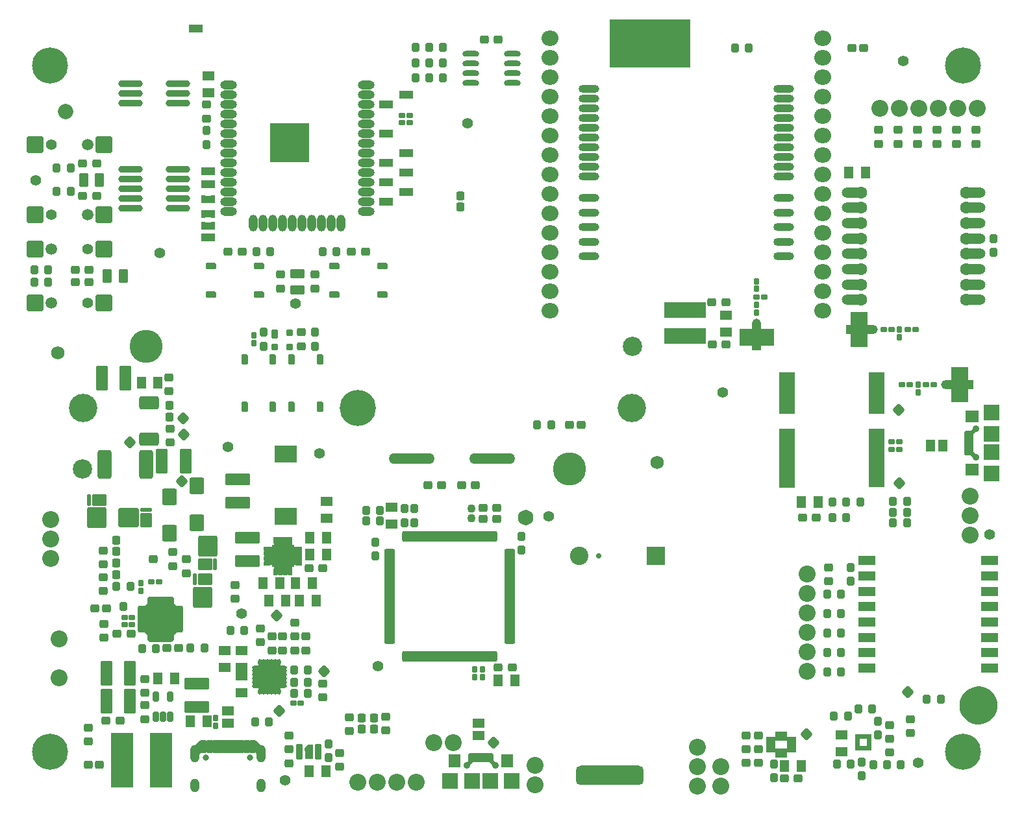
<source format=gts>
G04*
G04 #@! TF.GenerationSoftware,Altium Limited,Altium Designer,20.2.6 (244)*
G04*
G04 Layer_Color=8388736*
%FSLAX25Y25*%
%MOIN*%
G70*
G04*
G04 #@! TF.SameCoordinates,AF831D56-8FB5-4C83-99E9-C392C7947E84*
G04*
G04*
G04 #@! TF.FilePolarity,Negative*
G04*
G01*
G75*
%ADD31C,0.03937*%
%ADD32C,0.11811*%
%ADD33R,0.04685X0.05906*%
%ADD34R,0.05906X0.04685*%
%ADD35R,0.28543X0.06496*%
%ADD36R,0.04816X0.05217*%
%ADD37R,0.05217X0.04816*%
%ADD38R,0.29921X0.09941*%
%ADD39R,0.34934X0.04921*%
%ADD40R,0.04740X0.09350*%
%ADD41R,0.07874X0.06693*%
%ADD42R,0.19502X0.09646*%
%ADD43R,0.09646X0.19502*%
%ADD44R,0.09350X0.04740*%
%ADD45R,0.11811X0.23352*%
%ADD46R,0.23347X0.11811*%
%ADD47R,0.08675X0.07032*%
%ADD48R,0.07305X0.08674*%
%ADD49R,0.08674X0.06035*%
%ADD50R,0.08071X0.21457*%
%ADD51R,0.08071X0.30118*%
%ADD52R,0.03346X0.07677*%
%ADD53R,0.03347X0.07677*%
%ADD54R,0.41535X0.24705*%
%ADD55R,0.03150X0.09941*%
%ADD56R,0.09941X0.03150*%
%ADD57R,0.47342X0.05512*%
%ADD58R,0.05512X0.47342*%
G04:AMPARAMS|DCode=59|XSize=19.81mil|YSize=46.98mil|CornerRadius=5.18mil|HoleSize=0mil|Usage=FLASHONLY|Rotation=90.000|XOffset=0mil|YOffset=0mil|HoleType=Round|Shape=RoundedRectangle|*
%AMROUNDEDRECTD59*
21,1,0.01981,0.03661,0,0,90.0*
21,1,0.00945,0.04698,0,0,90.0*
1,1,0.01036,0.01831,0.00472*
1,1,0.01036,0.01831,-0.00472*
1,1,0.01036,-0.01831,-0.00472*
1,1,0.01036,-0.01831,0.00472*
%
%ADD59ROUNDEDRECTD59*%
G04:AMPARAMS|DCode=60|XSize=19.81mil|YSize=46.98mil|CornerRadius=5.18mil|HoleSize=0mil|Usage=FLASHONLY|Rotation=0.000|XOffset=0mil|YOffset=0mil|HoleType=Round|Shape=RoundedRectangle|*
%AMROUNDEDRECTD60*
21,1,0.01981,0.03661,0,0,0.0*
21,1,0.00945,0.04698,0,0,0.0*
1,1,0.01036,0.00472,-0.01831*
1,1,0.01036,-0.00472,-0.01831*
1,1,0.01036,-0.00472,0.01831*
1,1,0.01036,0.00472,0.01831*
%
%ADD60ROUNDEDRECTD60*%
%ADD61R,0.03162X0.06509*%
%ADD62R,0.01981X0.06509*%
%ADD63R,0.02375X0.03950*%
G04:AMPARAMS|DCode=64|XSize=35.56mil|YSize=126.11mil|CornerRadius=17.78mil|HoleSize=0mil|Usage=FLASHONLY|Rotation=90.000|XOffset=0mil|YOffset=0mil|HoleType=Round|Shape=RoundedRectangle|*
%AMROUNDEDRECTD64*
21,1,0.03556,0.09055,0,0,90.0*
21,1,0.00000,0.12611,0,0,90.0*
1,1,0.03556,0.04528,0.00000*
1,1,0.03556,0.04528,0.00000*
1,1,0.03556,-0.04528,0.00000*
1,1,0.03556,-0.04528,0.00000*
%
%ADD64ROUNDEDRECTD64*%
G04:AMPARAMS|DCode=65|XSize=48.16mil|YSize=22.17mil|CornerRadius=11.09mil|HoleSize=0mil|Usage=FLASHONLY|Rotation=0.000|XOffset=0mil|YOffset=0mil|HoleType=Round|Shape=RoundedRectangle|*
%AMROUNDEDRECTD65*
21,1,0.04816,0.00000,0,0,0.0*
21,1,0.02598,0.02217,0,0,0.0*
1,1,0.02217,0.01299,0.00000*
1,1,0.02217,-0.01299,0.00000*
1,1,0.02217,-0.01299,0.00000*
1,1,0.02217,0.01299,0.00000*
%
%ADD65ROUNDEDRECTD65*%
G04:AMPARAMS|DCode=66|XSize=86.74mil|YSize=43.43mil|CornerRadius=21.72mil|HoleSize=0mil|Usage=FLASHONLY|Rotation=180.000|XOffset=0mil|YOffset=0mil|HoleType=Round|Shape=RoundedRectangle|*
%AMROUNDEDRECTD66*
21,1,0.08674,0.00000,0,0,180.0*
21,1,0.04331,0.04343,0,0,180.0*
1,1,0.04343,-0.02165,0.00000*
1,1,0.04343,0.02165,0.00000*
1,1,0.04343,0.02165,0.00000*
1,1,0.04343,-0.02165,0.00000*
%
%ADD66ROUNDEDRECTD66*%
G04:AMPARAMS|DCode=67|XSize=86.74mil|YSize=43.43mil|CornerRadius=21.72mil|HoleSize=0mil|Usage=FLASHONLY|Rotation=90.000|XOffset=0mil|YOffset=0mil|HoleType=Round|Shape=RoundedRectangle|*
%AMROUNDEDRECTD67*
21,1,0.08674,0.00000,0,0,90.0*
21,1,0.04331,0.04343,0,0,90.0*
1,1,0.04343,0.00000,0.02165*
1,1,0.04343,0.00000,-0.02165*
1,1,0.04343,0.00000,-0.02165*
1,1,0.04343,0.00000,0.02165*
%
%ADD67ROUNDEDRECTD67*%
%ADD68R,0.20485X0.20485*%
G04:AMPARAMS|DCode=69|XSize=43.43mil|YSize=39.5mil|CornerRadius=7.15mil|HoleSize=0mil|Usage=FLASHONLY|Rotation=180.000|XOffset=0mil|YOffset=0mil|HoleType=Round|Shape=RoundedRectangle|*
%AMROUNDEDRECTD69*
21,1,0.04343,0.02520,0,0,180.0*
21,1,0.02913,0.03950,0,0,180.0*
1,1,0.01430,-0.01457,0.01260*
1,1,0.01430,0.01457,0.01260*
1,1,0.01430,0.01457,-0.01260*
1,1,0.01430,-0.01457,-0.01260*
%
%ADD69ROUNDEDRECTD69*%
G04:AMPARAMS|DCode=70|XSize=47.37mil|YSize=35.56mil|CornerRadius=6.76mil|HoleSize=0mil|Usage=FLASHONLY|Rotation=270.000|XOffset=0mil|YOffset=0mil|HoleType=Round|Shape=RoundedRectangle|*
%AMROUNDEDRECTD70*
21,1,0.04737,0.02205,0,0,270.0*
21,1,0.03386,0.03556,0,0,270.0*
1,1,0.01351,-0.01102,-0.01693*
1,1,0.01351,-0.01102,0.01693*
1,1,0.01351,0.01102,0.01693*
1,1,0.01351,0.01102,-0.01693*
%
%ADD70ROUNDEDRECTD70*%
G04:AMPARAMS|DCode=71|XSize=31.62mil|YSize=35.56mil|CornerRadius=6.36mil|HoleSize=0mil|Usage=FLASHONLY|Rotation=270.000|XOffset=0mil|YOffset=0mil|HoleType=Round|Shape=RoundedRectangle|*
%AMROUNDEDRECTD71*
21,1,0.03162,0.02284,0,0,270.0*
21,1,0.01890,0.03556,0,0,270.0*
1,1,0.01272,-0.01142,-0.00945*
1,1,0.01272,-0.01142,0.00945*
1,1,0.01272,0.01142,0.00945*
1,1,0.01272,0.01142,-0.00945*
%
%ADD71ROUNDEDRECTD71*%
G04:AMPARAMS|DCode=72|XSize=48.16mil|YSize=22.17mil|CornerRadius=11.09mil|HoleSize=0mil|Usage=FLASHONLY|Rotation=270.000|XOffset=0mil|YOffset=0mil|HoleType=Round|Shape=RoundedRectangle|*
%AMROUNDEDRECTD72*
21,1,0.04816,0.00000,0,0,270.0*
21,1,0.02598,0.02217,0,0,270.0*
1,1,0.02217,0.00000,-0.01299*
1,1,0.02217,0.00000,0.01299*
1,1,0.02217,0.00000,0.01299*
1,1,0.02217,0.00000,-0.01299*
%
%ADD72ROUNDEDRECTD72*%
%ADD73R,0.04776X0.02178*%
%ADD74R,0.02178X0.04776*%
G04:AMPARAMS|DCode=75|XSize=51.31mil|YSize=31.62mil|CornerRadius=6.36mil|HoleSize=0mil|Usage=FLASHONLY|Rotation=90.000|XOffset=0mil|YOffset=0mil|HoleType=Round|Shape=RoundedRectangle|*
%AMROUNDEDRECTD75*
21,1,0.05131,0.01890,0,0,90.0*
21,1,0.03858,0.03162,0,0,90.0*
1,1,0.01272,0.00945,0.01929*
1,1,0.01272,0.00945,-0.01929*
1,1,0.01272,-0.00945,-0.01929*
1,1,0.01272,-0.00945,0.01929*
%
%ADD75ROUNDEDRECTD75*%
G04:AMPARAMS|DCode=76|XSize=47.37mil|YSize=47.37mil|CornerRadius=7.94mil|HoleSize=0mil|Usage=FLASHONLY|Rotation=315.000|XOffset=0mil|YOffset=0mil|HoleType=Round|Shape=RoundedRectangle|*
%AMROUNDEDRECTD76*
21,1,0.04737,0.03150,0,0,315.0*
21,1,0.03150,0.04737,0,0,315.0*
1,1,0.01587,0.00000,-0.02227*
1,1,0.01587,-0.02227,0.00000*
1,1,0.01587,0.00000,0.02227*
1,1,0.01587,0.02227,0.00000*
%
%ADD76ROUNDEDRECTD76*%
G04:AMPARAMS|DCode=77|XSize=47.37mil|YSize=47.37mil|CornerRadius=7.94mil|HoleSize=0mil|Usage=FLASHONLY|Rotation=225.000|XOffset=0mil|YOffset=0mil|HoleType=Round|Shape=RoundedRectangle|*
%AMROUNDEDRECTD77*
21,1,0.04737,0.03150,0,0,225.0*
21,1,0.03150,0.04737,0,0,225.0*
1,1,0.01587,-0.02227,0.00000*
1,1,0.01587,0.00000,0.02227*
1,1,0.01587,0.02227,0.00000*
1,1,0.01587,0.00000,-0.02227*
%
%ADD77ROUNDEDRECTD77*%
G04:AMPARAMS|DCode=78|XSize=86.74mil|YSize=86.74mil|CornerRadius=11.87mil|HoleSize=0mil|Usage=FLASHONLY|Rotation=90.000|XOffset=0mil|YOffset=0mil|HoleType=Round|Shape=RoundedRectangle|*
%AMROUNDEDRECTD78*
21,1,0.08674,0.06299,0,0,90.0*
21,1,0.06299,0.08674,0,0,90.0*
1,1,0.02375,0.03150,0.03150*
1,1,0.02375,0.03150,-0.03150*
1,1,0.02375,-0.03150,-0.03150*
1,1,0.02375,-0.03150,0.03150*
%
%ADD78ROUNDEDRECTD78*%
G04:AMPARAMS|DCode=79|XSize=39.5mil|YSize=43.43mil|CornerRadius=7.15mil|HoleSize=0mil|Usage=FLASHONLY|Rotation=270.000|XOffset=0mil|YOffset=0mil|HoleType=Round|Shape=RoundedRectangle|*
%AMROUNDEDRECTD79*
21,1,0.03950,0.02913,0,0,270.0*
21,1,0.02520,0.04343,0,0,270.0*
1,1,0.01430,-0.01457,-0.01260*
1,1,0.01430,-0.01457,0.01260*
1,1,0.01430,0.01457,0.01260*
1,1,0.01430,0.01457,-0.01260*
%
%ADD79ROUNDEDRECTD79*%
G04:AMPARAMS|DCode=80|XSize=51.31mil|YSize=35.56mil|CornerRadius=6.76mil|HoleSize=0mil|Usage=FLASHONLY|Rotation=270.000|XOffset=0mil|YOffset=0mil|HoleType=Round|Shape=RoundedRectangle|*
%AMROUNDEDRECTD80*
21,1,0.05131,0.02205,0,0,270.0*
21,1,0.03780,0.03556,0,0,270.0*
1,1,0.01351,-0.01102,-0.01890*
1,1,0.01351,-0.01102,0.01890*
1,1,0.01351,0.01102,0.01890*
1,1,0.01351,0.01102,-0.01890*
%
%ADD80ROUNDEDRECTD80*%
G04:AMPARAMS|DCode=81|XSize=51.31mil|YSize=35.56mil|CornerRadius=6.76mil|HoleSize=0mil|Usage=FLASHONLY|Rotation=0.000|XOffset=0mil|YOffset=0mil|HoleType=Round|Shape=RoundedRectangle|*
%AMROUNDEDRECTD81*
21,1,0.05131,0.02205,0,0,0.0*
21,1,0.03780,0.03556,0,0,0.0*
1,1,0.01351,0.01890,-0.01102*
1,1,0.01351,-0.01890,-0.01102*
1,1,0.01351,-0.01890,0.01102*
1,1,0.01351,0.01890,0.01102*
%
%ADD81ROUNDEDRECTD81*%
G04:AMPARAMS|DCode=82|XSize=43.83mil|YSize=40.68mil|CornerRadius=7.27mil|HoleSize=0mil|Usage=FLASHONLY|Rotation=90.000|XOffset=0mil|YOffset=0mil|HoleType=Round|Shape=RoundedRectangle|*
%AMROUNDEDRECTD82*
21,1,0.04383,0.02614,0,0,90.0*
21,1,0.02929,0.04068,0,0,90.0*
1,1,0.01454,0.01307,0.01465*
1,1,0.01454,0.01307,-0.01465*
1,1,0.01454,-0.01307,-0.01465*
1,1,0.01454,-0.01307,0.01465*
%
%ADD82ROUNDEDRECTD82*%
G04:AMPARAMS|DCode=83|XSize=43.83mil|YSize=40.68mil|CornerRadius=7.27mil|HoleSize=0mil|Usage=FLASHONLY|Rotation=0.000|XOffset=0mil|YOffset=0mil|HoleType=Round|Shape=RoundedRectangle|*
%AMROUNDEDRECTD83*
21,1,0.04383,0.02614,0,0,0.0*
21,1,0.02929,0.04068,0,0,0.0*
1,1,0.01454,0.01465,-0.01307*
1,1,0.01454,-0.01465,-0.01307*
1,1,0.01454,-0.01465,0.01307*
1,1,0.01454,0.01465,0.01307*
%
%ADD83ROUNDEDRECTD83*%
G04:AMPARAMS|DCode=84|XSize=27.69mil|YSize=31.62mil|CornerRadius=5.97mil|HoleSize=0mil|Usage=FLASHONLY|Rotation=0.000|XOffset=0mil|YOffset=0mil|HoleType=Round|Shape=RoundedRectangle|*
%AMROUNDEDRECTD84*
21,1,0.02769,0.01968,0,0,0.0*
21,1,0.01575,0.03162,0,0,0.0*
1,1,0.01194,0.00787,-0.00984*
1,1,0.01194,-0.00787,-0.00984*
1,1,0.01194,-0.00787,0.00984*
1,1,0.01194,0.00787,0.00984*
%
%ADD84ROUNDEDRECTD84*%
%ADD85R,0.08280X0.08280*%
G04:AMPARAMS|DCode=86|XSize=47.37mil|YSize=23.75mil|CornerRadius=5.58mil|HoleSize=0mil|Usage=FLASHONLY|Rotation=180.000|XOffset=0mil|YOffset=0mil|HoleType=Round|Shape=RoundedRectangle|*
%AMROUNDEDRECTD86*
21,1,0.04737,0.01260,0,0,180.0*
21,1,0.03622,0.02375,0,0,180.0*
1,1,0.01115,-0.01811,0.00630*
1,1,0.01115,0.01811,0.00630*
1,1,0.01115,0.01811,-0.00630*
1,1,0.01115,-0.01811,-0.00630*
%
%ADD86ROUNDEDRECTD86*%
%ADD87R,0.08280X0.07887*%
%ADD88R,0.07099X0.06312*%
G04:AMPARAMS|DCode=89|XSize=67.06mil|YSize=27.29mil|CornerRadius=13.65mil|HoleSize=0mil|Usage=FLASHONLY|Rotation=270.000|XOffset=0mil|YOffset=0mil|HoleType=Round|Shape=RoundedRectangle|*
%AMROUNDEDRECTD89*
21,1,0.06706,0.00000,0,0,270.0*
21,1,0.03976,0.02729,0,0,270.0*
1,1,0.02729,0.00000,-0.01988*
1,1,0.02729,0.00000,0.01988*
1,1,0.02729,0.00000,0.01988*
1,1,0.02729,0.00000,-0.01988*
%
%ADD89ROUNDEDRECTD89*%
G04:AMPARAMS|DCode=90|XSize=63.12mil|YSize=72.33mil|CornerRadius=6.76mil|HoleSize=0mil|Usage=FLASHONLY|Rotation=90.000|XOffset=0mil|YOffset=0mil|HoleType=Round|Shape=RoundedRectangle|*
%AMROUNDEDRECTD90*
21,1,0.06312,0.05882,0,0,90.0*
21,1,0.04961,0.07233,0,0,90.0*
1,1,0.01351,0.02941,0.02480*
1,1,0.01351,0.02941,-0.02480*
1,1,0.01351,-0.02941,-0.02480*
1,1,0.01351,-0.02941,0.02480*
%
%ADD90ROUNDEDRECTD90*%
G04:AMPARAMS|DCode=91|XSize=106.42mil|YSize=98.55mil|CornerRadius=8.53mil|HoleSize=0mil|Usage=FLASHONLY|Rotation=270.000|XOffset=0mil|YOffset=0mil|HoleType=Round|Shape=RoundedRectangle|*
%AMROUNDEDRECTD91*
21,1,0.10642,0.08150,0,0,270.0*
21,1,0.08937,0.09855,0,0,270.0*
1,1,0.01706,-0.04075,-0.04469*
1,1,0.01706,-0.04075,0.04469*
1,1,0.01706,0.04075,0.04469*
1,1,0.01706,0.04075,-0.04469*
%
%ADD91ROUNDEDRECTD91*%
G04:AMPARAMS|DCode=92|XSize=63.12mil|YSize=19.81mil|CornerRadius=5.18mil|HoleSize=0mil|Usage=FLASHONLY|Rotation=90.000|XOffset=0mil|YOffset=0mil|HoleType=Round|Shape=RoundedRectangle|*
%AMROUNDEDRECTD92*
21,1,0.06312,0.00945,0,0,90.0*
21,1,0.05276,0.01981,0,0,90.0*
1,1,0.01036,0.00472,0.02638*
1,1,0.01036,0.00472,-0.02638*
1,1,0.01036,-0.00472,-0.02638*
1,1,0.01036,-0.00472,0.02638*
%
%ADD92ROUNDEDRECTD92*%
G04:AMPARAMS|DCode=93|XSize=63.12mil|YSize=19.81mil|CornerRadius=5.18mil|HoleSize=0mil|Usage=FLASHONLY|Rotation=180.000|XOffset=0mil|YOffset=0mil|HoleType=Round|Shape=RoundedRectangle|*
%AMROUNDEDRECTD93*
21,1,0.06312,0.00945,0,0,180.0*
21,1,0.05276,0.01981,0,0,180.0*
1,1,0.01036,-0.02638,0.00472*
1,1,0.01036,0.02638,0.00472*
1,1,0.01036,0.02638,-0.00472*
1,1,0.01036,-0.02638,-0.00472*
%
%ADD93ROUNDEDRECTD93*%
G04:AMPARAMS|DCode=94|XSize=106.42mil|YSize=98.55mil|CornerRadius=8.53mil|HoleSize=0mil|Usage=FLASHONLY|Rotation=0.000|XOffset=0mil|YOffset=0mil|HoleType=Round|Shape=RoundedRectangle|*
%AMROUNDEDRECTD94*
21,1,0.10642,0.08150,0,0,0.0*
21,1,0.08937,0.09855,0,0,0.0*
1,1,0.01706,0.04469,-0.04075*
1,1,0.01706,-0.04469,-0.04075*
1,1,0.01706,-0.04469,0.04075*
1,1,0.01706,0.04469,0.04075*
%
%ADD94ROUNDEDRECTD94*%
G04:AMPARAMS|DCode=95|XSize=63.12mil|YSize=72.33mil|CornerRadius=6.76mil|HoleSize=0mil|Usage=FLASHONLY|Rotation=180.000|XOffset=0mil|YOffset=0mil|HoleType=Round|Shape=RoundedRectangle|*
%AMROUNDEDRECTD95*
21,1,0.06312,0.05882,0,0,180.0*
21,1,0.04961,0.07233,0,0,180.0*
1,1,0.01351,-0.02480,0.02941*
1,1,0.01351,0.02480,0.02941*
1,1,0.01351,0.02480,-0.02941*
1,1,0.01351,-0.02480,-0.02941*
%
%ADD95ROUNDEDRECTD95*%
%ADD96R,0.01981X0.01981*%
%ADD97O,0.01981X0.03950*%
%ADD98R,0.01981X0.01981*%
%ADD99O,0.03950X0.01981*%
%ADD100R,0.11430X0.11430*%
%ADD101R,0.06312X0.07099*%
%ADD102R,0.07887X0.08280*%
G04:AMPARAMS|DCode=103|XSize=47.37mil|YSize=23.75mil|CornerRadius=5.58mil|HoleSize=0mil|Usage=FLASHONLY|Rotation=90.000|XOffset=0mil|YOffset=0mil|HoleType=Round|Shape=RoundedRectangle|*
%AMROUNDEDRECTD103*
21,1,0.04737,0.01260,0,0,90.0*
21,1,0.03622,0.02375,0,0,90.0*
1,1,0.01115,0.00630,0.01811*
1,1,0.01115,0.00630,-0.01811*
1,1,0.01115,-0.00630,-0.01811*
1,1,0.01115,-0.00630,0.01811*
%
%ADD103ROUNDEDRECTD103*%
%ADD104R,0.08280X0.08280*%
G04:AMPARAMS|DCode=105|XSize=20.47mil|YSize=46.85mil|CornerRadius=10.24mil|HoleSize=0mil|Usage=FLASHONLY|Rotation=270.000|XOffset=0mil|YOffset=0mil|HoleType=Round|Shape=RoundedRectangle|*
%AMROUNDEDRECTD105*
21,1,0.02047,0.02638,0,0,270.0*
21,1,0.00000,0.04685,0,0,270.0*
1,1,0.02047,-0.01319,0.00000*
1,1,0.02047,-0.01319,0.00000*
1,1,0.02047,0.01319,0.00000*
1,1,0.02047,0.01319,0.00000*
%
%ADD105ROUNDEDRECTD105*%
G04:AMPARAMS|DCode=106|XSize=20.47mil|YSize=46.85mil|CornerRadius=10.24mil|HoleSize=0mil|Usage=FLASHONLY|Rotation=0.000|XOffset=0mil|YOffset=0mil|HoleType=Round|Shape=RoundedRectangle|*
%AMROUNDEDRECTD106*
21,1,0.02047,0.02638,0,0,0.0*
21,1,0.00000,0.04685,0,0,0.0*
1,1,0.02047,0.00000,-0.01319*
1,1,0.02047,0.00000,-0.01319*
1,1,0.02047,0.00000,0.01319*
1,1,0.02047,0.00000,0.01319*
%
%ADD106ROUNDEDRECTD106*%
%ADD107R,0.13202X0.13202*%
G04:AMPARAMS|DCode=108|XSize=106.42mil|YSize=39.5mil|CornerRadius=19.75mil|HoleSize=0mil|Usage=FLASHONLY|Rotation=0.000|XOffset=0mil|YOffset=0mil|HoleType=Round|Shape=RoundedRectangle|*
%AMROUNDEDRECTD108*
21,1,0.10642,0.00000,0,0,0.0*
21,1,0.06693,0.03950,0,0,0.0*
1,1,0.03950,0.03347,0.00000*
1,1,0.03950,-0.03347,0.00000*
1,1,0.03950,-0.03347,0.00000*
1,1,0.03950,0.03347,0.00000*
%
%ADD108ROUNDEDRECTD108*%
%ADD109R,0.04343X0.04737*%
G04:AMPARAMS|DCode=110|XSize=33.59mil|YSize=17.84mil|CornerRadius=4.98mil|HoleSize=0mil|Usage=FLASHONLY|Rotation=0.000|XOffset=0mil|YOffset=0mil|HoleType=Round|Shape=RoundedRectangle|*
%AMROUNDEDRECTD110*
21,1,0.03359,0.00787,0,0,0.0*
21,1,0.02362,0.01784,0,0,0.0*
1,1,0.00997,0.01181,-0.00394*
1,1,0.00997,-0.01181,-0.00394*
1,1,0.00997,-0.01181,0.00394*
1,1,0.00997,0.01181,0.00394*
%
%ADD110ROUNDEDRECTD110*%
G04:AMPARAMS|DCode=111|XSize=43.43mil|YSize=39.5mil|CornerRadius=7.15mil|HoleSize=0mil|Usage=FLASHONLY|Rotation=270.000|XOffset=0mil|YOffset=0mil|HoleType=Round|Shape=RoundedRectangle|*
%AMROUNDEDRECTD111*
21,1,0.04343,0.02520,0,0,270.0*
21,1,0.02913,0.03950,0,0,270.0*
1,1,0.01430,-0.01260,-0.01457*
1,1,0.01430,-0.01260,0.01457*
1,1,0.01430,0.01260,0.01457*
1,1,0.01430,0.01260,-0.01457*
%
%ADD111ROUNDEDRECTD111*%
G04:AMPARAMS|DCode=112|XSize=86.74mil|YSize=74.93mil|CornerRadius=10.69mil|HoleSize=0mil|Usage=FLASHONLY|Rotation=270.000|XOffset=0mil|YOffset=0mil|HoleType=Round|Shape=RoundedRectangle|*
%AMROUNDEDRECTD112*
21,1,0.08674,0.05354,0,0,270.0*
21,1,0.06535,0.07493,0,0,270.0*
1,1,0.02139,-0.02677,-0.03268*
1,1,0.02139,-0.02677,0.03268*
1,1,0.02139,0.02677,0.03268*
1,1,0.02139,0.02677,-0.03268*
%
%ADD112ROUNDEDRECTD112*%
G04:AMPARAMS|DCode=113|XSize=60.76mil|YSize=126.9mil|CornerRadius=9.28mil|HoleSize=0mil|Usage=FLASHONLY|Rotation=0.000|XOffset=0mil|YOffset=0mil|HoleType=Round|Shape=RoundedRectangle|*
%AMROUNDEDRECTD113*
21,1,0.06076,0.10835,0,0,0.0*
21,1,0.04221,0.12690,0,0,0.0*
1,1,0.01855,0.02110,-0.05417*
1,1,0.01855,-0.02110,-0.05417*
1,1,0.01855,-0.02110,0.05417*
1,1,0.01855,0.02110,0.05417*
%
%ADD113ROUNDEDRECTD113*%
G04:AMPARAMS|DCode=114|XSize=60.76mil|YSize=126.9mil|CornerRadius=9.28mil|HoleSize=0mil|Usage=FLASHONLY|Rotation=270.000|XOffset=0mil|YOffset=0mil|HoleType=Round|Shape=RoundedRectangle|*
%AMROUNDEDRECTD114*
21,1,0.06076,0.10835,0,0,270.0*
21,1,0.04221,0.12690,0,0,270.0*
1,1,0.01855,-0.05417,-0.02110*
1,1,0.01855,-0.05417,0.02110*
1,1,0.01855,0.05417,0.02110*
1,1,0.01855,0.05417,-0.02110*
%
%ADD114ROUNDEDRECTD114*%
G04:AMPARAMS|DCode=115|XSize=63.12mil|YSize=47.37mil|CornerRadius=7.94mil|HoleSize=0mil|Usage=FLASHONLY|Rotation=270.000|XOffset=0mil|YOffset=0mil|HoleType=Round|Shape=RoundedRectangle|*
%AMROUNDEDRECTD115*
21,1,0.06312,0.03150,0,0,270.0*
21,1,0.04724,0.04737,0,0,270.0*
1,1,0.01587,-0.01575,-0.02362*
1,1,0.01587,-0.01575,0.02362*
1,1,0.01587,0.01575,0.02362*
1,1,0.01587,0.01575,-0.02362*
%
%ADD115ROUNDEDRECTD115*%
G04:AMPARAMS|DCode=116|XSize=63.12mil|YSize=47.37mil|CornerRadius=7.94mil|HoleSize=0mil|Usage=FLASHONLY|Rotation=180.000|XOffset=0mil|YOffset=0mil|HoleType=Round|Shape=RoundedRectangle|*
%AMROUNDEDRECTD116*
21,1,0.06312,0.03150,0,0,180.0*
21,1,0.04724,0.04737,0,0,180.0*
1,1,0.01587,-0.02362,0.01575*
1,1,0.01587,0.02362,0.01575*
1,1,0.01587,0.02362,-0.01575*
1,1,0.01587,-0.02362,-0.01575*
%
%ADD116ROUNDEDRECTD116*%
G04:AMPARAMS|DCode=117|XSize=39.5mil|YSize=43.43mil|CornerRadius=7.15mil|HoleSize=0mil|Usage=FLASHONLY|Rotation=0.000|XOffset=0mil|YOffset=0mil|HoleType=Round|Shape=RoundedRectangle|*
%AMROUNDEDRECTD117*
21,1,0.03950,0.02913,0,0,0.0*
21,1,0.02520,0.04343,0,0,0.0*
1,1,0.01430,0.01260,-0.01457*
1,1,0.01430,-0.01260,-0.01457*
1,1,0.01430,-0.01260,0.01457*
1,1,0.01430,0.01260,0.01457*
%
%ADD117ROUNDEDRECTD117*%
G04:AMPARAMS|DCode=118|XSize=27.69mil|YSize=31.62mil|CornerRadius=5.97mil|HoleSize=0mil|Usage=FLASHONLY|Rotation=90.000|XOffset=0mil|YOffset=0mil|HoleType=Round|Shape=RoundedRectangle|*
%AMROUNDEDRECTD118*
21,1,0.02769,0.01968,0,0,90.0*
21,1,0.01575,0.03162,0,0,90.0*
1,1,0.01194,0.00984,0.00787*
1,1,0.01194,0.00984,-0.00787*
1,1,0.01194,-0.00984,-0.00787*
1,1,0.01194,-0.00984,0.00787*
%
%ADD118ROUNDEDRECTD118*%
G04:AMPARAMS|DCode=119|XSize=145.8mil|YSize=70.99mil|CornerRadius=10.3mil|HoleSize=0mil|Usage=FLASHONLY|Rotation=90.000|XOffset=0mil|YOffset=0mil|HoleType=Round|Shape=RoundedRectangle|*
%AMROUNDEDRECTD119*
21,1,0.14580,0.05039,0,0,90.0*
21,1,0.12520,0.07099,0,0,90.0*
1,1,0.02060,0.02520,0.06260*
1,1,0.02060,0.02520,-0.06260*
1,1,0.02060,-0.02520,-0.06260*
1,1,0.02060,-0.02520,0.06260*
%
%ADD119ROUNDEDRECTD119*%
%ADD120R,0.11627X0.28359*%
%ADD121R,0.21666X0.08280*%
%ADD122R,0.11824X0.08674*%
%ADD123R,0.04737X0.04343*%
%ADD124R,0.06312X0.08674*%
G04:AMPARAMS|DCode=125|XSize=47.37mil|YSize=118.24mil|CornerRadius=23.68mil|HoleSize=0mil|Usage=FLASHONLY|Rotation=180.000|XOffset=0mil|YOffset=0mil|HoleType=Round|Shape=RoundedRectangle|*
%AMROUNDEDRECTD125*
21,1,0.04737,0.07087,0,0,180.0*
21,1,0.00000,0.11824,0,0,180.0*
1,1,0.04737,0.00000,0.03543*
1,1,0.04737,0.00000,0.03543*
1,1,0.04737,0.00000,-0.03543*
1,1,0.04737,0.00000,-0.03543*
%
%ADD125ROUNDEDRECTD125*%
%ADD126R,0.08674X0.06312*%
G04:AMPARAMS|DCode=127|XSize=47.37mil|YSize=118.24mil|CornerRadius=23.68mil|HoleSize=0mil|Usage=FLASHONLY|Rotation=270.000|XOffset=0mil|YOffset=0mil|HoleType=Round|Shape=RoundedRectangle|*
%AMROUNDEDRECTD127*
21,1,0.04737,0.07087,0,0,270.0*
21,1,0.00000,0.11824,0,0,270.0*
1,1,0.04737,-0.03543,0.00000*
1,1,0.04737,-0.03543,0.00000*
1,1,0.04737,0.03543,0.00000*
1,1,0.04737,0.03543,0.00000*
%
%ADD127ROUNDEDRECTD127*%
%ADD128R,0.07887X0.03950*%
G04:AMPARAMS|DCode=129|XSize=55.24mil|YSize=110.36mil|CornerRadius=27.62mil|HoleSize=0mil|Usage=FLASHONLY|Rotation=270.000|XOffset=0mil|YOffset=0mil|HoleType=Round|Shape=RoundedRectangle|*
%AMROUNDEDRECTD129*
21,1,0.05524,0.05512,0,0,270.0*
21,1,0.00000,0.11036,0,0,270.0*
1,1,0.05524,-0.02756,0.00000*
1,1,0.05524,-0.02756,0.00000*
1,1,0.05524,0.02756,0.00000*
1,1,0.05524,0.02756,0.00000*
%
%ADD129ROUNDEDRECTD129*%
%ADD130O,0.03162X0.01784*%
%ADD131O,0.01784X0.03162*%
%ADD132R,0.11417X0.11417*%
%ADD133O,0.01981X0.05524*%
%ADD134O,0.05524X0.01981*%
G04:AMPARAMS|DCode=135|XSize=86mil|YSize=30mil|CornerRadius=15mil|HoleSize=0mil|Usage=FLASHONLY|Rotation=0.000|XOffset=0mil|YOffset=0mil|HoleType=Round|Shape=RoundedRectangle|*
%AMROUNDEDRECTD135*
21,1,0.08600,0.00000,0,0,0.0*
21,1,0.05600,0.03000,0,0,0.0*
1,1,0.03000,0.02800,0.00000*
1,1,0.03000,-0.02800,0.00000*
1,1,0.03000,-0.02800,0.00000*
1,1,0.03000,0.02800,0.00000*
%
%ADD135ROUNDEDRECTD135*%
%ADD136O,0.23438X0.05328*%
%ADD137C,0.03150*%
%ADD138O,0.04737X0.07099*%
%ADD139O,0.04737X0.09068*%
%ADD140C,0.08674*%
%ADD141C,0.06800*%
%ADD142C,0.14580*%
%ADD143C,0.17024*%
%ADD144C,0.09937*%
%ADD145C,0.18598*%
%ADD146C,0.05906*%
%ADD147C,0.05512*%
%ADD148C,0.05524*%
%ADD149C,0.04934*%
%ADD150C,0.04343*%
%ADD151C,0.03556*%
%ADD152O,0.08674X0.07887*%
%ADD153C,0.18517*%
%ADD154R,0.09461X0.09461*%
%ADD155C,0.09461*%
%ADD156C,0.02769*%
%ADD157R,0.08674X0.04737*%
%ADD158C,0.06312*%
G36*
X100394Y393307D02*
X96457D01*
Y397244D01*
X100394D01*
Y393307D01*
D02*
G37*
G36*
X208268Y359409D02*
X204331D01*
Y363347D01*
X208268D01*
Y359409D01*
D02*
G37*
G36*
X198031Y354410D02*
X194095D01*
Y358347D01*
X198031D01*
Y354410D01*
D02*
G37*
G36*
Y339409D02*
X194095D01*
Y343347D01*
X198031D01*
Y339409D01*
D02*
G37*
G36*
X208268Y329410D02*
X204331D01*
Y333347D01*
X208268D01*
Y329410D01*
D02*
G37*
G36*
X198031Y324410D02*
X194095D01*
Y328346D01*
X198031D01*
Y324410D01*
D02*
G37*
G36*
X106693Y320197D02*
X102756D01*
Y324134D01*
X106693D01*
Y320197D01*
D02*
G37*
G36*
X208268Y319409D02*
X204331D01*
Y323346D01*
X208268D01*
Y319409D01*
D02*
G37*
G36*
X198031Y314409D02*
X194095D01*
Y318347D01*
X198031D01*
Y314409D01*
D02*
G37*
G36*
X106693Y313327D02*
X102756D01*
Y317264D01*
X106693D01*
Y313327D01*
D02*
G37*
G36*
X208268Y309409D02*
X204331D01*
Y313347D01*
X208268D01*
Y309409D01*
D02*
G37*
G36*
X106693Y305591D02*
X102756D01*
Y309528D01*
X106693D01*
Y305591D01*
D02*
G37*
G36*
X198031Y304410D02*
X194095D01*
Y308347D01*
X198031D01*
Y304410D01*
D02*
G37*
G36*
X106693Y298228D02*
X102756D01*
Y302165D01*
X106693D01*
Y298228D01*
D02*
G37*
G36*
X106693Y291949D02*
X102756D01*
Y295886D01*
X106693D01*
Y291949D01*
D02*
G37*
G36*
Y286142D02*
X102756D01*
Y290079D01*
X106693D01*
Y286142D01*
D02*
G37*
G36*
X406004Y197343D02*
X398031D01*
Y218799D01*
X406004D01*
Y197343D01*
D02*
G37*
G36*
X496978Y186093D02*
X495276Y187796D01*
X497244Y189764D01*
X500334Y189800D01*
X496978Y186093D01*
D02*
G37*
G36*
X500334Y174963D02*
X497244Y175000D01*
X495276Y176968D01*
X496978Y178671D01*
X500334Y174963D01*
D02*
G37*
G36*
X406004Y159547D02*
X398031D01*
Y189665D01*
X406004D01*
Y159547D01*
D02*
G37*
G36*
X89219Y97992D02*
X89218Y95827D01*
X84298Y95827D01*
X84298Y100749D01*
X86463D01*
X89219Y97992D01*
D02*
G37*
G36*
X76424Y100748D02*
X76424Y95827D01*
X71502Y95827D01*
Y97992D01*
X74258Y100748D01*
X76424Y100748D01*
D02*
G37*
G36*
X89219Y87953D02*
Y85788D01*
X86463Y83031D01*
X84298Y83032D01*
X84298Y87953D01*
X89219Y87953D01*
D02*
G37*
G36*
X76424Y83031D02*
X74259D01*
X71502Y85788D01*
X71503Y87953D01*
X76424Y87953D01*
X76424Y83031D01*
D02*
G37*
G36*
X142027Y68110D02*
X143061D01*
Y56496D01*
X142029Y56496D01*
X142029Y55391D01*
X130413D01*
Y56496D01*
X129308Y56496D01*
X129310Y68110D01*
X130217Y68110D01*
X130413D01*
Y69095D01*
X142027Y69144D01*
Y68110D01*
D02*
G37*
G36*
X443111Y32595D02*
X445174Y32595D01*
X445174Y28847D01*
D01*
Y28551D01*
Y28256D01*
D01*
X445174Y24508D01*
X443111Y24507D01*
X443111Y24407D01*
X438956D01*
Y24507D01*
X436887D01*
Y28256D01*
Y28847D01*
Y32595D01*
X438956D01*
Y32695D01*
X443111D01*
X443111Y32595D01*
D02*
G37*
G36*
X158320Y27269D02*
X158372Y27259D01*
X158422Y27242D01*
X158469Y27219D01*
X158513Y27189D01*
X158552Y27155D01*
X158587Y27115D01*
X158616Y27071D01*
X158640Y27024D01*
X158656Y26974D01*
X158667Y26923D01*
X158670Y26870D01*
Y24114D01*
X158667Y24062D01*
X158656Y24010D01*
X158640Y23960D01*
X158616Y23913D01*
X158587Y23869D01*
X158552Y23830D01*
X158513Y23795D01*
X158469Y23766D01*
X158422Y23742D01*
X158372Y23726D01*
X158320Y23715D01*
X158268Y23712D01*
X154724D01*
X154672Y23715D01*
X154620Y23726D01*
X154570Y23742D01*
X154523Y23766D01*
X154479Y23795D01*
X154440Y23830D01*
X154405Y23869D01*
X154376Y23913D01*
X154353Y23960D01*
X154336Y24010D01*
X154325Y24062D01*
X154322Y24114D01*
Y25689D01*
X154325Y25741D01*
X154336Y25793D01*
X154348Y25830D01*
X154353Y25843D01*
X154376Y25890D01*
X154405Y25934D01*
X154440Y25973D01*
X155621Y27155D01*
X155660Y27189D01*
X155704Y27219D01*
X155752Y27242D01*
X155776Y27250D01*
X155801Y27259D01*
X155853Y27269D01*
X155905Y27272D01*
X158268Y27272D01*
X158320Y27269D01*
D02*
G37*
G36*
X131890Y26969D02*
Y23622D01*
X130807Y22539D01*
X129724D01*
X129134Y23130D01*
Y29528D01*
X129232Y29626D01*
X131890Y26969D01*
D02*
G37*
G36*
X100787Y29528D02*
Y23130D01*
X100197Y22539D01*
X99114D01*
X98032Y23622D01*
Y26969D01*
X100689Y29626D01*
X100787Y29528D01*
D02*
G37*
G36*
X252166Y18504D02*
X252202Y15414D01*
X248495Y18770D01*
X250197Y20472D01*
X252166Y18504D01*
D02*
G37*
G36*
X241073Y18770D02*
X237365Y15414D01*
X237402Y18504D01*
X239370Y20472D01*
X241073Y18770D01*
D02*
G37*
%LPC*%
G36*
X442891Y30413D02*
X439172D01*
Y28256D01*
Y26689D01*
X442891D01*
Y28256D01*
Y28847D01*
Y30413D01*
D02*
G37*
%LPD*%
D31*
X269685Y144095D02*
X269421Y145079D01*
X268701Y145799D01*
X267717Y146063D01*
X266732Y145799D01*
X266012Y145079D01*
X265748Y144095D01*
X266012Y143110D01*
X266732Y142390D01*
X267717Y142126D01*
X268701Y142390D01*
X269421Y143110D01*
X269685Y144095D01*
X33465Y352756D02*
X33201Y353740D01*
X32480Y354461D01*
X31496Y354724D01*
X30512Y354461D01*
X29791Y353740D01*
X29528Y352756D01*
X29791Y351772D01*
X30512Y351051D01*
X31496Y350787D01*
X32480Y351051D01*
X33201Y351772D01*
X33465Y352756D01*
D32*
X503937Y47638D02*
X503813Y48617D01*
X503450Y49534D01*
X502870Y50333D01*
X502110Y50962D01*
X501217Y51382D01*
X500247Y51567D01*
X499262Y51505D01*
X498324Y51200D01*
X497491Y50671D01*
X496815Y49952D01*
X496340Y49087D01*
X496094Y48131D01*
Y47144D01*
X496340Y46189D01*
X496815Y45324D01*
X497490Y44604D01*
X498324Y44076D01*
X499262Y43771D01*
X500247Y43709D01*
X501217Y43894D01*
X502110Y44314D01*
X502870Y44943D01*
X503450Y45741D01*
X503813Y46659D01*
X503937Y47638D01*
D33*
X475571Y181102D02*
D03*
X481910D02*
D03*
D34*
X243504Y38405D02*
D03*
Y32067D02*
D03*
X114961Y38465D02*
D03*
Y44803D02*
D03*
D35*
X114961Y26388D02*
D03*
D36*
X52933Y268258D02*
D03*
X61240Y268356D02*
D03*
X49036Y317667D02*
D03*
X40728Y317569D02*
D03*
D37*
X150482Y269509D02*
D03*
X150581Y261202D02*
D03*
D38*
X310748Y11613D02*
D03*
D39*
X310750Y11610D02*
D03*
D40*
X495079Y182530D02*
D03*
D41*
X74471Y202929D02*
D03*
Y184425D02*
D03*
D42*
X143087Y124311D02*
D03*
D43*
X143087Y124311D02*
D03*
D44*
X244931Y20670D02*
D03*
D45*
X80361Y91887D02*
D03*
D46*
X80360Y91890D02*
D03*
D47*
X490650Y211991D02*
D03*
D48*
X386867Y236811D02*
D03*
D49*
X438878Y240813D02*
D03*
D50*
X448032Y208071D02*
D03*
D51*
Y174606D02*
D03*
D52*
X151673Y23720D02*
D03*
D53*
X161319D02*
D03*
D54*
X331496Y387746D02*
D03*
D55*
X128740Y62254D02*
D03*
X143701Y62352D02*
D03*
D56*
X136171Y69784D02*
D03*
X136270Y54823D02*
D03*
D57*
X228789Y72638D02*
D03*
X228691Y134449D02*
D03*
D58*
X197835Y103494D02*
D03*
X259646Y103593D02*
D03*
D59*
X481910Y183071D02*
D03*
Y181102D02*
D03*
Y179134D02*
D03*
X475571Y183071D02*
D03*
Y181102D02*
D03*
Y179134D02*
D03*
D60*
X245473Y32067D02*
D03*
X243504D02*
D03*
X241535D02*
D03*
X245473Y38405D02*
D03*
X243504D02*
D03*
X241535D02*
D03*
X112992Y44803D02*
D03*
X114961D02*
D03*
X116929D02*
D03*
X112992Y38465D02*
D03*
X114961D02*
D03*
X116929D02*
D03*
D61*
X102264Y26368D02*
D03*
X105413D02*
D03*
X124508D02*
D03*
X127657D02*
D03*
D62*
X108071D02*
D03*
X112008D02*
D03*
X113976D02*
D03*
X110039D02*
D03*
X117913D02*
D03*
X121850D02*
D03*
X119882D02*
D03*
X115945D02*
D03*
D63*
X95965Y395276D02*
D03*
X100886D02*
D03*
X208760Y321378D02*
D03*
X203839D02*
D03*
X198524Y306378D02*
D03*
X193602D02*
D03*
X102264Y300197D02*
D03*
X107185D02*
D03*
X102264Y288110D02*
D03*
X107185D02*
D03*
X102264Y307559D02*
D03*
X107185D02*
D03*
X102264Y293917D02*
D03*
X107185D02*
D03*
X208760Y311378D02*
D03*
X203839D02*
D03*
X198524Y316378D02*
D03*
X193602D02*
D03*
X198524Y326378D02*
D03*
X193602D02*
D03*
X208760Y331378D02*
D03*
X203839D02*
D03*
X198524Y341378D02*
D03*
X193602D02*
D03*
X198524Y356378D02*
D03*
X193602D02*
D03*
X208760Y361378D02*
D03*
X203839D02*
D03*
X102264Y322165D02*
D03*
X107185D02*
D03*
X102264Y315295D02*
D03*
X107185D02*
D03*
D64*
X89272Y357008D02*
D03*
Y362008D02*
D03*
Y367008D02*
D03*
X64862D02*
D03*
Y362008D02*
D03*
Y357008D02*
D03*
X64862Y303150D02*
D03*
Y308150D02*
D03*
Y313150D02*
D03*
Y318150D02*
D03*
Y323150D02*
D03*
X89272D02*
D03*
Y318150D02*
D03*
Y313150D02*
D03*
Y308150D02*
D03*
Y303150D02*
D03*
D65*
X52933Y270866D02*
D03*
Y268307D02*
D03*
Y265748D02*
D03*
X61240D02*
D03*
Y268307D02*
D03*
Y270866D02*
D03*
X49035Y320177D02*
D03*
Y317618D02*
D03*
Y315059D02*
D03*
X40728D02*
D03*
Y317618D02*
D03*
Y320177D02*
D03*
D66*
X185965Y366378D02*
D03*
Y361378D02*
D03*
Y356378D02*
D03*
Y351378D02*
D03*
Y346378D02*
D03*
Y341378D02*
D03*
Y336378D02*
D03*
Y331378D02*
D03*
Y326378D02*
D03*
Y321378D02*
D03*
Y316378D02*
D03*
Y311378D02*
D03*
Y306378D02*
D03*
Y301378D02*
D03*
X115098D02*
D03*
Y306378D02*
D03*
Y311378D02*
D03*
Y316378D02*
D03*
Y321378D02*
D03*
Y326378D02*
D03*
Y331378D02*
D03*
Y336378D02*
D03*
Y341378D02*
D03*
Y346378D02*
D03*
Y351378D02*
D03*
Y356378D02*
D03*
Y361378D02*
D03*
Y366378D02*
D03*
D67*
X173031Y295472D02*
D03*
X168032D02*
D03*
X163031D02*
D03*
X158031D02*
D03*
X153032D02*
D03*
X148031D02*
D03*
X143032D02*
D03*
X138031D02*
D03*
X133031D02*
D03*
X128032D02*
D03*
D68*
X146595Y336850D02*
D03*
D69*
X86614Y126378D02*
D03*
Y118898D02*
D03*
X76378Y122638D02*
D03*
X454528Y23228D02*
D03*
Y30315D02*
D03*
Y37402D02*
D03*
X149213Y90059D02*
D03*
Y82972D02*
D03*
Y75886D02*
D03*
X381004Y18012D02*
D03*
Y25098D02*
D03*
Y32185D02*
D03*
X387205D02*
D03*
Y25098D02*
D03*
Y18012D02*
D03*
X146358Y17815D02*
D03*
Y24902D02*
D03*
Y31988D02*
D03*
X196006Y41737D02*
D03*
Y34651D02*
D03*
X152559Y239272D02*
D03*
Y232185D02*
D03*
X159449Y268898D02*
D03*
Y261811D02*
D03*
X103937Y349213D02*
D03*
Y356299D02*
D03*
X141732Y268898D02*
D03*
Y261811D02*
D03*
X137401Y75886D02*
D03*
Y82972D02*
D03*
X142913D02*
D03*
Y75886D02*
D03*
X154724Y82972D02*
D03*
Y75886D02*
D03*
X131496Y79921D02*
D03*
Y87008D02*
D03*
X163386Y51575D02*
D03*
Y58661D02*
D03*
X93648Y122593D02*
D03*
Y115506D02*
D03*
X85138Y182579D02*
D03*
Y189665D02*
D03*
X84646Y209055D02*
D03*
Y216142D02*
D03*
X423228Y118504D02*
D03*
Y111417D02*
D03*
X498819Y336220D02*
D03*
Y343307D02*
D03*
X488819Y336220D02*
D03*
Y343307D02*
D03*
X478819Y336220D02*
D03*
Y343307D02*
D03*
X468819D02*
D03*
Y336220D02*
D03*
X458819D02*
D03*
Y343307D02*
D03*
X448819D02*
D03*
Y336220D02*
D03*
X177362Y41339D02*
D03*
Y34252D02*
D03*
X50787Y113386D02*
D03*
Y106299D02*
D03*
Y120079D02*
D03*
Y127165D02*
D03*
X72047Y61024D02*
D03*
Y53937D02*
D03*
Y40551D02*
D03*
Y47638D02*
D03*
X118504Y102362D02*
D03*
Y109449D02*
D03*
X465354Y40551D02*
D03*
Y33465D02*
D03*
X172244Y15945D02*
D03*
Y23031D02*
D03*
X51181Y82284D02*
D03*
Y89370D02*
D03*
X43307Y29134D02*
D03*
Y36220D02*
D03*
D70*
X138779Y238287D02*
D03*
D71*
Y231594D02*
D03*
X146653D02*
D03*
Y239075D02*
D03*
D72*
X153091Y269508D02*
D03*
X150531D02*
D03*
X147972D02*
D03*
Y261201D02*
D03*
X150531D02*
D03*
X153091D02*
D03*
D73*
X404209Y24492D02*
D03*
X393500Y30398D02*
D03*
Y28429D02*
D03*
Y26461D02*
D03*
Y24492D02*
D03*
X404209Y26461D02*
D03*
Y28429D02*
D03*
Y30398D02*
D03*
D74*
X396886Y23075D02*
D03*
X398854D02*
D03*
X400823D02*
D03*
Y31815D02*
D03*
X398854D02*
D03*
X396886D02*
D03*
D75*
X77756Y41732D02*
D03*
X81496D02*
D03*
X85236D02*
D03*
Y51968D02*
D03*
X77756D02*
D03*
D76*
X463779Y54331D02*
D03*
X251279Y28346D02*
D03*
X164075Y65158D02*
D03*
X141142Y44882D02*
D03*
X139764Y93799D02*
D03*
X92126Y186614D02*
D03*
X91929Y195177D02*
D03*
X64567Y182677D02*
D03*
X91043Y162697D02*
D03*
X459449Y161614D02*
D03*
X459055Y199409D02*
D03*
D77*
X411811Y32579D02*
D03*
D78*
X51181Y282087D02*
D03*
X15748D02*
D03*
X15748Y254331D02*
D03*
X51181D02*
D03*
X15748Y335630D02*
D03*
X51181D02*
D03*
Y299606D02*
D03*
X15748D02*
D03*
D79*
X253642Y67126D02*
D03*
X260728D02*
D03*
X370374Y254626D02*
D03*
X363287D02*
D03*
X370472Y233169D02*
D03*
X363386D02*
D03*
X43701Y271457D02*
D03*
X36614D02*
D03*
X252854Y143307D02*
D03*
X245768D02*
D03*
X252854Y149213D02*
D03*
X245768D02*
D03*
X43701Y265158D02*
D03*
X36614D02*
D03*
X241929Y160630D02*
D03*
X234842D02*
D03*
X217520Y160630D02*
D03*
X224606D02*
D03*
X114961Y280709D02*
D03*
X122047D02*
D03*
X185433D02*
D03*
X178347D02*
D03*
X40354Y325984D02*
D03*
X47441D02*
D03*
X40354Y309252D02*
D03*
X47441D02*
D03*
X163583Y117913D02*
D03*
X156496D02*
D03*
X400394Y10138D02*
D03*
X407480D02*
D03*
X409842Y144095D02*
D03*
X416929D02*
D03*
X57973Y84449D02*
D03*
X65059D02*
D03*
X59449Y39764D02*
D03*
X52362D02*
D03*
X246457Y389764D02*
D03*
X253543D02*
D03*
D80*
X162205Y201083D02*
D03*
X147638D02*
D03*
X147638Y225492D02*
D03*
X162205D02*
D03*
X123425Y201083D02*
D03*
X137992D02*
D03*
X137992Y225492D02*
D03*
X123425D02*
D03*
D81*
X130709Y273425D02*
D03*
Y258858D02*
D03*
X106299Y258858D02*
D03*
Y273425D02*
D03*
X169685D02*
D03*
Y258858D02*
D03*
X194095Y258858D02*
D03*
Y273425D02*
D03*
D82*
X189707Y35241D02*
D03*
Y41147D02*
D03*
X183661Y41142D02*
D03*
Y35236D02*
D03*
X234252Y309547D02*
D03*
Y303642D02*
D03*
X84744Y195768D02*
D03*
Y201673D02*
D03*
X57480Y126575D02*
D03*
Y132480D02*
D03*
Y120669D02*
D03*
Y114764D02*
D03*
D83*
X435335Y385433D02*
D03*
X441240D02*
D03*
X83661Y77165D02*
D03*
X89567D02*
D03*
X52461Y97539D02*
D03*
X46555D02*
D03*
X49016Y16929D02*
D03*
X43110D02*
D03*
X290354Y191732D02*
D03*
X296260D02*
D03*
D84*
X108661Y41142D02*
D03*
Y37205D02*
D03*
X459646Y240748D02*
D03*
Y236811D02*
D03*
X469095Y212402D02*
D03*
Y208465D02*
D03*
X245473Y65945D02*
D03*
Y62008D02*
D03*
X241535D02*
D03*
Y65945D02*
D03*
X128150Y233760D02*
D03*
Y237697D02*
D03*
X386319Y261614D02*
D03*
Y265551D02*
D03*
X386319Y253346D02*
D03*
Y249410D02*
D03*
X70079Y110236D02*
D03*
Y106299D02*
D03*
D85*
X506890Y187106D02*
D03*
Y177657D02*
D03*
D86*
X495079Y187500D02*
D03*
Y184941D02*
D03*
Y182382D02*
D03*
Y179823D02*
D03*
Y177264D02*
D03*
D87*
X506890Y198130D02*
D03*
Y166634D02*
D03*
D88*
X496850Y195965D02*
D03*
Y168799D02*
D03*
D89*
X70634Y202949D02*
D03*
X73193D02*
D03*
X75752D02*
D03*
X78311D02*
D03*
Y184406D02*
D03*
X75752D02*
D03*
X73193D02*
D03*
X70634D02*
D03*
D90*
X103096Y120132D02*
D03*
X103096Y112258D02*
D03*
X48819Y153150D02*
D03*
D91*
X104376Y129384D02*
D03*
X101817Y103006D02*
D03*
X47539Y143898D02*
D03*
D92*
X108313Y120132D02*
D03*
X97880Y112258D02*
D03*
X43602Y153150D02*
D03*
D93*
X73032Y148031D02*
D03*
D94*
X63779Y144095D02*
D03*
D95*
X73032Y142815D02*
D03*
D96*
X139248Y133071D02*
D03*
X141807D02*
D03*
X144366D02*
D03*
X146925D02*
D03*
X139248Y115551D02*
D03*
X141807D02*
D03*
X144366D02*
D03*
X146925D02*
D03*
D97*
X139248Y132087D02*
D03*
X141807D02*
D03*
X144366D02*
D03*
X146925D02*
D03*
X139248Y116535D02*
D03*
X141807D02*
D03*
X144366D02*
D03*
X146925D02*
D03*
D98*
X151847Y128150D02*
D03*
Y125591D02*
D03*
Y123031D02*
D03*
Y120472D02*
D03*
X134327Y120472D02*
D03*
Y123031D02*
D03*
Y125591D02*
D03*
Y128150D02*
D03*
D99*
X150862Y128150D02*
D03*
Y125591D02*
D03*
Y123031D02*
D03*
Y120472D02*
D03*
X135311Y120472D02*
D03*
Y123031D02*
D03*
Y125591D02*
D03*
Y128150D02*
D03*
D100*
X143087Y124311D02*
D03*
D101*
X231201Y18898D02*
D03*
X258366D02*
D03*
D102*
X229035Y8858D02*
D03*
X260531D02*
D03*
D103*
X239665Y20669D02*
D03*
X242224D02*
D03*
X244783D02*
D03*
X247343D02*
D03*
X249902D02*
D03*
D104*
X240059Y8858D02*
D03*
X249508D02*
D03*
D105*
X71030Y97795D02*
D03*
Y95827D02*
D03*
Y93858D02*
D03*
Y91890D02*
D03*
Y89921D02*
D03*
Y87953D02*
D03*
Y85984D02*
D03*
X89691D02*
D03*
Y87953D02*
D03*
Y89921D02*
D03*
Y91890D02*
D03*
Y93858D02*
D03*
Y95827D02*
D03*
Y97795D02*
D03*
D106*
X74455Y82559D02*
D03*
X76424D02*
D03*
X78392D02*
D03*
X80361D02*
D03*
X82329D02*
D03*
X84298D02*
D03*
X86266D02*
D03*
Y101221D02*
D03*
X84298D02*
D03*
X82329D02*
D03*
X80361D02*
D03*
X78392D02*
D03*
X76424D02*
D03*
X74455D02*
D03*
D107*
X80361Y91890D02*
D03*
D108*
X300098Y278346D02*
D03*
Y285827D02*
D03*
Y293307D02*
D03*
Y300787D02*
D03*
Y308268D02*
D03*
X400098D02*
D03*
Y300787D02*
D03*
Y293307D02*
D03*
Y285827D02*
D03*
Y278346D02*
D03*
Y319291D02*
D03*
Y324319D02*
D03*
Y329346D02*
D03*
Y334374D02*
D03*
Y339402D02*
D03*
Y344429D02*
D03*
Y349457D02*
D03*
Y354484D02*
D03*
Y359512D02*
D03*
Y364539D02*
D03*
X300098Y319291D02*
D03*
Y324319D02*
D03*
Y329346D02*
D03*
Y334374D02*
D03*
Y339402D02*
D03*
Y344429D02*
D03*
Y349457D02*
D03*
Y354484D02*
D03*
Y359512D02*
D03*
Y364539D02*
D03*
D109*
X156496Y22539D02*
D03*
X495374Y212402D02*
D03*
X434154Y240748D02*
D03*
D110*
X161319Y20768D02*
D03*
Y22736D02*
D03*
Y24705D02*
D03*
Y26673D02*
D03*
X151673Y20768D02*
D03*
Y22736D02*
D03*
Y24705D02*
D03*
Y26673D02*
D03*
D111*
X57480Y108661D02*
D03*
X64961D02*
D03*
X61221Y98425D02*
D03*
X225295Y385728D02*
D03*
X218209D02*
D03*
X211122D02*
D03*
Y377854D02*
D03*
X218209D02*
D03*
X225295D02*
D03*
Y369980D02*
D03*
X218209D02*
D03*
X211122D02*
D03*
X460236Y16929D02*
D03*
X453150D02*
D03*
X446063D02*
D03*
X439370Y151969D02*
D03*
X432283D02*
D03*
X425197D02*
D03*
X480709Y50787D02*
D03*
X473622D02*
D03*
X15551Y265158D02*
D03*
X22638D02*
D03*
X192815Y147835D02*
D03*
X185728D02*
D03*
Y142323D02*
D03*
X192815D02*
D03*
X129528Y280709D02*
D03*
X136614D02*
D03*
X163386D02*
D03*
X170473D02*
D03*
X34055Y323622D02*
D03*
X26969D02*
D03*
X26969Y311614D02*
D03*
X34055D02*
D03*
X128740Y39075D02*
D03*
X135827D02*
D03*
X148819Y65748D02*
D03*
X155905D02*
D03*
Y53839D02*
D03*
X148819D02*
D03*
Y59350D02*
D03*
X155905D02*
D03*
X116142Y86024D02*
D03*
X123228D02*
D03*
X429528Y64882D02*
D03*
X422441D02*
D03*
Y74882D02*
D03*
X429528D02*
D03*
Y84882D02*
D03*
X422441D02*
D03*
Y94882D02*
D03*
X429528D02*
D03*
Y104882D02*
D03*
X422441D02*
D03*
X456299Y152362D02*
D03*
X463386D02*
D03*
X456299Y146850D02*
D03*
X463386D02*
D03*
X456299Y141339D02*
D03*
X463386D02*
D03*
X445669Y45669D02*
D03*
X438583D02*
D03*
X433071Y42126D02*
D03*
X425984D02*
D03*
X434646Y17323D02*
D03*
X427559D02*
D03*
X425197Y144193D02*
D03*
X432283D02*
D03*
X102756Y77165D02*
D03*
X95669D02*
D03*
X70866Y76870D02*
D03*
X77953D02*
D03*
X375197Y385433D02*
D03*
X382283D02*
D03*
X273622Y191732D02*
D03*
X280709D02*
D03*
X15551Y271457D02*
D03*
X22638D02*
D03*
D112*
X98819Y141339D02*
D03*
Y160236D02*
D03*
X84744Y135925D02*
D03*
Y154823D02*
D03*
D113*
X50236Y215748D02*
D03*
X62362D02*
D03*
X80945Y173031D02*
D03*
X93071D02*
D03*
X52500Y64029D02*
D03*
X64626D02*
D03*
X52500Y49856D02*
D03*
X64626D02*
D03*
D114*
X119882Y163878D02*
D03*
Y151752D02*
D03*
X125000Y121693D02*
D03*
Y133819D02*
D03*
X98819Y46693D02*
D03*
Y58819D02*
D03*
D115*
X262303Y60236D02*
D03*
X253642D02*
D03*
X104134Y39370D02*
D03*
X95472D02*
D03*
X149508Y110236D02*
D03*
X158169D02*
D03*
X433661Y321260D02*
D03*
X442323D02*
D03*
X409252Y16437D02*
D03*
X400591D02*
D03*
X165157Y13878D02*
D03*
X156496D02*
D03*
X417717Y151969D02*
D03*
X409055D02*
D03*
X87402Y61417D02*
D03*
X78740D02*
D03*
X79035Y213386D02*
D03*
X70374D02*
D03*
X144487Y101277D02*
D03*
X135826D02*
D03*
X165551Y133661D02*
D03*
X156890D02*
D03*
X132972Y110531D02*
D03*
X141634D02*
D03*
X160137Y101277D02*
D03*
X151476D02*
D03*
X156890Y125000D02*
D03*
X165551D02*
D03*
D116*
X199016Y140748D02*
D03*
Y149409D02*
D03*
X104724Y362402D02*
D03*
Y371063D02*
D03*
X113091Y67224D02*
D03*
Y75886D02*
D03*
X121949Y67224D02*
D03*
Y75886D02*
D03*
X121850Y53937D02*
D03*
Y62598D02*
D03*
X429921Y23622D02*
D03*
Y32283D02*
D03*
X165551Y143799D02*
D03*
Y152461D02*
D03*
X370472Y248130D02*
D03*
Y239469D02*
D03*
D117*
X159646Y232185D02*
D03*
Y239272D02*
D03*
X210630Y148622D02*
D03*
Y141535D02*
D03*
X205512Y148622D02*
D03*
Y141535D02*
D03*
X133268Y239272D02*
D03*
Y232185D02*
D03*
X190551Y131496D02*
D03*
Y124409D02*
D03*
X265551Y127264D02*
D03*
Y134350D02*
D03*
X103937Y335827D02*
D03*
Y342913D02*
D03*
X434646Y118504D02*
D03*
Y111417D02*
D03*
X507874Y280315D02*
D03*
Y287402D02*
D03*
X395079Y10335D02*
D03*
Y17421D02*
D03*
X440158Y18504D02*
D03*
Y11417D02*
D03*
X448425Y32283D02*
D03*
Y39370D02*
D03*
X166437Y27756D02*
D03*
Y20669D02*
D03*
D118*
X386319Y257480D02*
D03*
X390256D02*
D03*
X204331Y346949D02*
D03*
X208268D02*
D03*
Y350886D02*
D03*
X204331D02*
D03*
X463779Y240748D02*
D03*
X467717D02*
D03*
X455512D02*
D03*
X451575D02*
D03*
X473228Y212402D02*
D03*
X477165D02*
D03*
X464961Y212402D02*
D03*
X461024D02*
D03*
X455610Y183071D02*
D03*
X459547D02*
D03*
X459547Y179134D02*
D03*
X455610D02*
D03*
X61758Y88937D02*
D03*
X65695D02*
D03*
X65695Y92874D02*
D03*
X61758D02*
D03*
X79528Y111024D02*
D03*
X75591D02*
D03*
X152362Y48622D02*
D03*
X148425D02*
D03*
D119*
X51575Y171457D02*
D03*
X72835D02*
D03*
D120*
X80413Y19291D02*
D03*
X60532D02*
D03*
D121*
X349409Y237402D02*
D03*
Y250787D02*
D03*
D122*
X144587Y176575D02*
D03*
Y144685D02*
D03*
D123*
X386319Y232087D02*
D03*
D124*
X392224Y236811D02*
D03*
X380413D02*
D03*
D125*
X386319Y240551D02*
D03*
D126*
X490650Y218307D02*
D03*
Y206496D02*
D03*
X438878Y234842D02*
D03*
Y246654D02*
D03*
D127*
X486909Y212402D02*
D03*
X442618Y240748D02*
D03*
D128*
X402032Y161614D02*
D03*
Y165945D02*
D03*
Y170276D02*
D03*
Y174606D02*
D03*
Y178937D02*
D03*
Y183268D02*
D03*
Y187598D02*
D03*
Y199409D02*
D03*
Y203740D02*
D03*
Y208071D02*
D03*
Y212402D02*
D03*
Y216732D02*
D03*
X448032D02*
D03*
Y212402D02*
D03*
Y208071D02*
D03*
Y203740D02*
D03*
Y199409D02*
D03*
Y187598D02*
D03*
Y183268D02*
D03*
Y178937D02*
D03*
Y174606D02*
D03*
Y170276D02*
D03*
Y165945D02*
D03*
Y161614D02*
D03*
D129*
X498130Y256004D02*
D03*
Y263878D02*
D03*
Y271752D02*
D03*
Y279626D02*
D03*
Y287500D02*
D03*
Y295374D02*
D03*
Y303248D02*
D03*
Y311122D02*
D03*
X435532Y256004D02*
D03*
Y263878D02*
D03*
Y271752D02*
D03*
Y279626D02*
D03*
Y287500D02*
D03*
Y295374D02*
D03*
Y303248D02*
D03*
Y311122D02*
D03*
D130*
X143701Y61319D02*
D03*
Y63287D02*
D03*
Y59350D02*
D03*
Y57382D02*
D03*
Y67224D02*
D03*
Y65256D02*
D03*
X128740Y59350D02*
D03*
Y57382D02*
D03*
Y67224D02*
D03*
Y65256D02*
D03*
Y61319D02*
D03*
Y63287D02*
D03*
D131*
X137205Y69784D02*
D03*
X135236D02*
D03*
X139173D02*
D03*
X141142D02*
D03*
X131299D02*
D03*
X133268D02*
D03*
X135236Y54823D02*
D03*
X137205D02*
D03*
X133268D02*
D03*
X131299D02*
D03*
X141142D02*
D03*
X139173D02*
D03*
D132*
X136220Y62303D02*
D03*
D133*
X252362Y72638D02*
D03*
X250394D02*
D03*
X248425D02*
D03*
X246457D02*
D03*
X244488D02*
D03*
X242520D02*
D03*
X240551D02*
D03*
X238583D02*
D03*
X236614D02*
D03*
X234646D02*
D03*
X232677D02*
D03*
X230709D02*
D03*
X228740D02*
D03*
X226772D02*
D03*
X224803D02*
D03*
X222835D02*
D03*
X220866D02*
D03*
X218898D02*
D03*
X216929D02*
D03*
X214961D02*
D03*
X212992D02*
D03*
X211024D02*
D03*
X209055D02*
D03*
X207087D02*
D03*
X205118D02*
D03*
Y134449D02*
D03*
X207087D02*
D03*
X209055D02*
D03*
X211024D02*
D03*
X212992D02*
D03*
X214961D02*
D03*
X216929D02*
D03*
X218898D02*
D03*
X220866D02*
D03*
X222835D02*
D03*
X224803D02*
D03*
X226772D02*
D03*
X228740D02*
D03*
X230709D02*
D03*
X232677D02*
D03*
X234646D02*
D03*
X236614D02*
D03*
X238583D02*
D03*
X240551D02*
D03*
X242520D02*
D03*
X244488D02*
D03*
X246457D02*
D03*
X248425D02*
D03*
X250394D02*
D03*
X252362D02*
D03*
D134*
X197835Y79921D02*
D03*
Y81890D02*
D03*
Y83858D02*
D03*
Y85827D02*
D03*
Y87795D02*
D03*
Y89764D02*
D03*
Y91732D02*
D03*
Y93701D02*
D03*
Y95669D02*
D03*
Y97638D02*
D03*
Y99606D02*
D03*
Y101575D02*
D03*
Y103543D02*
D03*
Y105512D02*
D03*
Y107480D02*
D03*
Y109449D02*
D03*
Y111417D02*
D03*
Y113386D02*
D03*
Y115354D02*
D03*
Y117323D02*
D03*
Y119291D02*
D03*
Y121260D02*
D03*
Y123228D02*
D03*
Y125197D02*
D03*
Y127165D02*
D03*
X259646D02*
D03*
Y125197D02*
D03*
Y123228D02*
D03*
Y121260D02*
D03*
Y119291D02*
D03*
Y117323D02*
D03*
Y115354D02*
D03*
Y113386D02*
D03*
Y111417D02*
D03*
Y109449D02*
D03*
Y107480D02*
D03*
Y105512D02*
D03*
Y103543D02*
D03*
Y101575D02*
D03*
Y99606D02*
D03*
Y97638D02*
D03*
Y95669D02*
D03*
Y93701D02*
D03*
Y91732D02*
D03*
Y89764D02*
D03*
Y87795D02*
D03*
Y85827D02*
D03*
Y83858D02*
D03*
Y81890D02*
D03*
Y79921D02*
D03*
D135*
X260881Y382303D02*
D03*
Y377303D02*
D03*
Y372303D02*
D03*
Y367303D02*
D03*
X239513D02*
D03*
Y372303D02*
D03*
Y377303D02*
D03*
Y382303D02*
D03*
D136*
X209055Y174409D02*
D03*
X250394D02*
D03*
D137*
X126339Y20679D02*
D03*
X103583D02*
D03*
D138*
X131968Y6309D02*
D03*
X97953D02*
D03*
D139*
X131968Y22766D02*
D03*
X97953D02*
D03*
D140*
X230591Y28346D02*
D03*
X220590D02*
D03*
X495768Y135079D02*
D03*
Y145079D02*
D03*
Y155079D02*
D03*
X24016Y123071D02*
D03*
Y133071D02*
D03*
Y143071D02*
D03*
X28346Y81890D02*
D03*
Y61890D02*
D03*
X272441Y6811D02*
D03*
Y16811D02*
D03*
X367717Y6024D02*
D03*
Y16024D02*
D03*
X412205Y95118D02*
D03*
Y105118D02*
D03*
Y115118D02*
D03*
Y65118D02*
D03*
Y75118D02*
D03*
Y85118D02*
D03*
X479410Y354331D02*
D03*
X489409D02*
D03*
X499409D02*
D03*
X449409D02*
D03*
X459410D02*
D03*
X469410D02*
D03*
X201457Y7972D02*
D03*
X191457D02*
D03*
X181457D02*
D03*
X211457D02*
D03*
X356004Y26083D02*
D03*
Y16083D02*
D03*
Y6083D02*
D03*
D141*
X335335Y172343D02*
D03*
X27461Y228642D02*
D03*
D142*
X322146Y200492D02*
D03*
X40650D02*
D03*
D143*
X72736Y231988D02*
D03*
X290059Y168996D02*
D03*
D144*
X40256D02*
D03*
X322539Y231988D02*
D03*
D145*
X181398Y200492D02*
D03*
D146*
X24213Y282087D02*
D03*
X24213Y254331D02*
D03*
X42717Y335630D02*
D03*
Y299606D02*
D03*
D147*
Y282087D02*
D03*
X42717Y254331D02*
D03*
X24213Y335630D02*
D03*
Y299606D02*
D03*
D148*
X121850Y94784D02*
D03*
X461417Y378740D02*
D03*
X469291Y18110D02*
D03*
X149606Y253937D02*
D03*
X144095Y9055D02*
D03*
X279528Y144882D02*
D03*
X237795Y346850D02*
D03*
X505905Y135433D02*
D03*
X114961Y180315D02*
D03*
X79921Y279921D02*
D03*
X191732Y67716D02*
D03*
X16142Y317520D02*
D03*
X368898Y208268D02*
D03*
X161811Y177165D02*
D03*
D149*
X315748Y14110D02*
D03*
X310748D02*
D03*
X305748D02*
D03*
X300748D02*
D03*
X295748D02*
D03*
X315748Y9110D02*
D03*
X305748D02*
D03*
X300748D02*
D03*
X310748D02*
D03*
X295748D02*
D03*
X320748D02*
D03*
Y14110D02*
D03*
X325748Y9110D02*
D03*
Y14110D02*
D03*
D150*
X239764Y148819D02*
D03*
Y143701D02*
D03*
D151*
X498917Y189784D02*
D03*
Y174980D02*
D03*
X237382Y16831D02*
D03*
X252185D02*
D03*
D152*
X280098Y250445D02*
D03*
Y260445D02*
D03*
Y270445D02*
D03*
Y280445D02*
D03*
Y290445D02*
D03*
Y300445D02*
D03*
Y310445D02*
D03*
Y380445D02*
D03*
Y370445D02*
D03*
Y360445D02*
D03*
Y350445D02*
D03*
Y340445D02*
D03*
Y330445D02*
D03*
Y320445D02*
D03*
Y390445D02*
D03*
X420098Y250445D02*
D03*
Y320445D02*
D03*
Y310445D02*
D03*
Y300445D02*
D03*
Y290445D02*
D03*
Y280445D02*
D03*
Y270445D02*
D03*
Y260445D02*
D03*
Y330445D02*
D03*
Y340445D02*
D03*
Y350445D02*
D03*
Y360445D02*
D03*
Y370445D02*
D03*
Y380445D02*
D03*
Y390445D02*
D03*
D153*
X23622Y376378D02*
D03*
X492126Y376378D02*
D03*
X492126Y23622D02*
D03*
X23622Y23622D02*
D03*
D154*
X334646Y124409D02*
D03*
D155*
X295276D02*
D03*
D156*
X305118D02*
D03*
D157*
X505748Y66791D02*
D03*
Y74665D02*
D03*
Y82539D02*
D03*
Y90413D02*
D03*
Y98287D02*
D03*
Y106161D02*
D03*
Y114035D02*
D03*
Y121909D02*
D03*
X442756Y66791D02*
D03*
Y74665D02*
D03*
Y82539D02*
D03*
Y90413D02*
D03*
Y98287D02*
D03*
Y106161D02*
D03*
Y114035D02*
D03*
Y121909D02*
D03*
D158*
X493898Y256004D02*
D03*
Y263878D02*
D03*
Y271752D02*
D03*
Y279626D02*
D03*
Y287500D02*
D03*
Y295374D02*
D03*
Y303248D02*
D03*
Y311122D02*
D03*
X439764Y256004D02*
D03*
Y263878D02*
D03*
Y271752D02*
D03*
Y279626D02*
D03*
Y287500D02*
D03*
Y295374D02*
D03*
Y303248D02*
D03*
Y311122D02*
D03*
M02*

</source>
